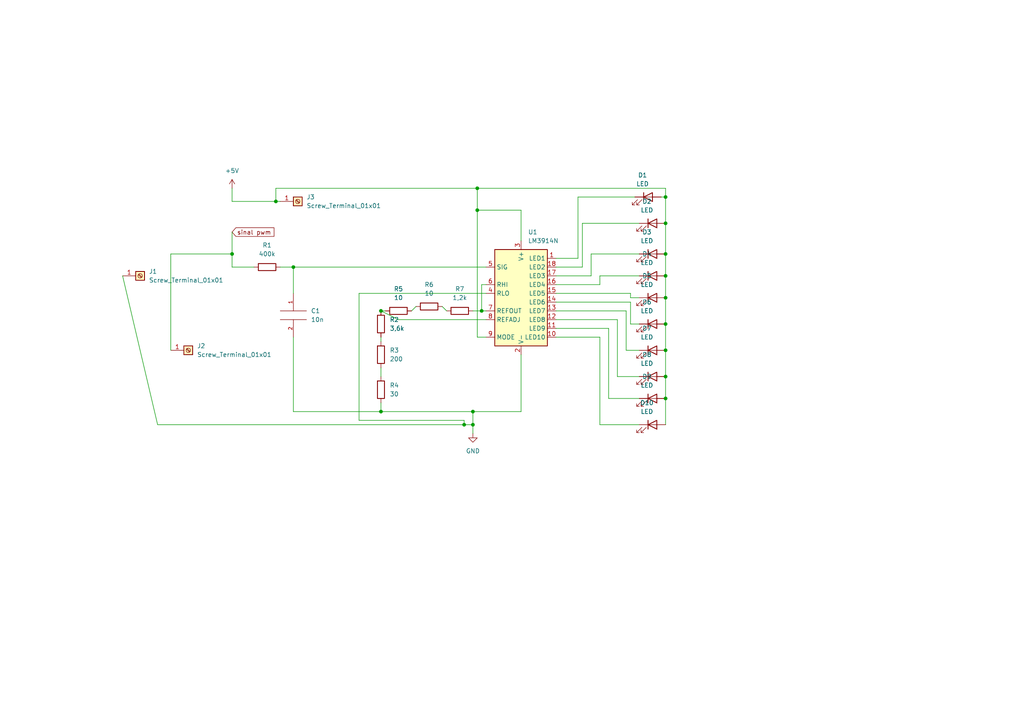
<source format=kicad_sch>
(kicad_sch (version 20211123) (generator eeschema)
  (paper "A4")
  (lib_symbols
    (symbol "Connector:Screw_Terminal_01x01" (pin_names (offset 1.016) hide)
      (property "Reference" "J" (at 0 2.54 0))
      (property "Value" "Screw_Terminal_01x01" (at 0 -2.54 0))
      (symbol "Screw_Terminal_01x01_1_1"
        (rectangle (start -1.27 1.27) (end 1.27 -1.27) (stroke (width 0.254)) (fill (type background)))
        (polyline (pts (xy -0.5334 0.3302) (xy 0.3302 -0.508)) (stroke (width 0.1524)))
        (polyline (pts (xy -0.3556 0.508) (xy 0.508 -0.3302)) (stroke (width 0.1524)))
        (circle (center 0 0) (radius 0.635) (stroke (width 0.1524)))
        (pin passive line (at -5.08 0 0) (length 3.81) (name "Pin_1") (number "1"))
      )
    )
    (symbol "Device:LED" (pin_numbers hide) (pin_names (offset 1.016) hide)
      (property "Reference" "D" (at 0 2.54 0))
      (property "Value" "LED" (at 0 -2.54 0))
      (symbol "LED_0_1"
        (polyline (pts (xy -1.27 -1.27) (xy -1.27 1.27)) (stroke (width 0.254)))
        (polyline (pts (xy -1.27 0) (xy 1.27 0)))
        (polyline (pts (xy 1.27 -1.27) (xy 1.27 1.27) (xy -1.27 0) (xy 1.27 -1.27)) (stroke (width 0.254)))
        (polyline (pts (xy -3.048 -0.762) (xy -4.572 -2.286) (xy -3.81 -2.286) (xy -4.572 -2.286) (xy -4.572 -1.524)))
        (polyline (pts (xy -1.778 -0.762) (xy -3.302 -2.286) (xy -2.54 -2.286) (xy -3.302 -2.286) (xy -3.302 -1.524)))
      )
      (symbol "LED_1_1"
        (pin passive line (at -3.81 0 0) (length 2.54) (name "K") (number "1"))
        (pin passive line (at 3.81 0 180) (length 2.54) (name "A") (number "2"))
      )
    )
    (symbol "Device:R" (pin_numbers hide) (pin_names (offset 0))
      (property "Reference" "R" (at 2.032 0 90))
      (property "Value" "R" (at 0 0 90))
      (symbol "R_0_1"
        (rectangle (start -1.016 -2.54) (end 1.016 2.54) (stroke (width 0.254)))
      )
      (symbol "R_1_1"
        (pin passive line (at 0 3.81 270) (length 1.27) (name "~") (number "1"))
        (pin passive line (at 0 -3.81 90) (length 1.27) (name "~") (number "2"))
      )
    )
    (symbol "Driver_LED:LM3914N"
      (property "Reference" "U" (at -6.35 14.224 0))
      (property "Value" "LM3914N" (at 5.588 14.224 0))
      (symbol "LM3914N_0_1"
        (rectangle (start -7.62 12.7) (end 7.62 -15.24) (stroke (width 0.254)) (fill (type background)))
      )
      (symbol "LM3914N_1_1"
        (pin open_collector line (at 10.16 10.16 180) (length 2.54) (name "LED1") (number "1"))
        (pin open_collector line (at 10.16 -12.7 180) (length 2.54) (name "LED10") (number "10"))
        (pin open_collector line (at 10.16 -10.16 180) (length 2.54) (name "LED9") (number "11"))
        (pin open_collector line (at 10.16 -7.62 180) (length 2.54) (name "LED8") (number "12"))
        (pin open_collector line (at 10.16 -5.08 180) (length 2.54) (name "LED7") (number "13"))
        (pin open_collector line (at 10.16 -2.54 180) (length 2.54) (name "LED6") (number "14"))
        (pin open_collector line (at 10.16 0 180) (length 2.54) (name "LED5") (number "15"))
        (pin open_collector line (at 10.16 2.54 180) (length 2.54) (name "LED4") (number "16"))
        (pin open_collector line (at 10.16 5.08 180) (length 2.54) (name "LED3") (number "17"))
        (pin open_collector line (at 10.16 7.62 180) (length 2.54) (name "LED2") (number "18"))
        (pin power_in line (at 0 -17.78 90) (length 2.54) (name "V-") (number "2"))
        (pin power_in line (at 0 15.24 270) (length 2.54) (name "V+") (number "3"))
        (pin input line (at -10.16 0 0) (length 2.54) (name "RLO") (number "4"))
        (pin input line (at -10.16 7.62 0) (length 2.54) (name "SIG") (number "5"))
        (pin input line (at -10.16 2.54 0) (length 2.54) (name "RHI") (number "6"))
        (pin output line (at -10.16 -5.08 0) (length 2.54) (name "REFOUT") (number "7"))
        (pin input line (at -10.16 -7.62 0) (length 2.54) (name "REFADJ") (number "8"))
        (pin input line (at -10.16 -12.7 0) (length 2.54) (name "MODE") (number "9"))
      )
    )
    (symbol "power:+5V" (power) (pin_names (offset 0))
      (property "Value" "+5V" (at 0 3.556 0))
      (symbol "+5V_0_1"
        (polyline (pts (xy -0.762 1.27) (xy 0 2.54)))
        (polyline (pts (xy 0 0) (xy 0 2.54)))
        (polyline (pts (xy 0 2.54) (xy 0.762 1.27)))
      )
      (symbol "+5V_1_1"
        (pin power_in line (at 0 0 90) (length 0) hide (name "+5V") (number "1"))
      )
    )
    (symbol "power:GND" (power) (pin_names (offset 0))
      (property "Value" "GND" (at 0 -3.81 0))
      (symbol "GND_0_1"
        (polyline (pts (xy 0 0) (xy 0 -1.27) (xy 1.27 -1.27) (xy 0 -2.54) (xy -1.27 -1.27) (xy 0 -1.27)))
      )
      (symbol "GND_1_1"
        (pin power_in line (at 0 0 270) (length 0) hide (name "GND") (number "1"))
      )
    )
    (symbol "pspice:CAP" (pin_names (offset 0.254))
      (property "Reference" "C" (at 2.54 3.81 90))
      (property "Value" "CAP" (at 2.54 -3.81 90))
      (symbol "CAP_0_1"
        (polyline (pts (xy -3.81 -1.27) (xy 3.81 -1.27)))
        (polyline (pts (xy -3.81 1.27) (xy 3.81 1.27)))
      )
      (symbol "CAP_1_1"
        (pin passive line (at 0 6.35 270) (length 5.08) (name "~") (number "1"))
        (pin passive line (at 0 -6.35 90) (length 5.08) (name "~") (number "2"))
      )
    )
  )
  (junction (at 193.04 101.6))
  (junction (at 134.62 123.19))
  (junction (at 138.43 54.61))
  (junction (at 110.49 119.38))
  (junction (at 137.16 123.19))
  (junction (at 193.04 115.57))
  (junction (at 137.16 119.38))
  (junction (at 193.04 109.22))
  (junction (at 193.04 73.66))
  (junction (at 110.49 90.17))
  (junction (at 139.7 90.17))
  (junction (at 193.04 93.98))
  (junction (at 138.43 60.96))
  (junction (at 85.09 77.47))
  (junction (at 193.04 80.01))
  (junction (at 80.01 58.42))
  (junction (at 193.04 64.77))
  (junction (at 193.04 86.36))
  (junction (at 193.04 57.15))
  (junction (at 67.31 73.66))
  (wire (pts (xy 171.45 73.66) (xy 171.45 80.01)))
  (wire (pts (xy 161.29 74.93) (xy 167.64 74.93)))
  (wire (pts (xy 140.97 97.79) (xy 138.43 97.79)))
  (wire (pts (xy 137.16 119.38) (xy 151.13 119.38)))
  (wire (pts (xy 134.62 121.92) (xy 134.62 123.19)))
  (wire (pts (xy 85.09 77.47) (xy 85.09 85.09)))
  (wire (pts (xy 185.42 80.01) (xy 173.99 80.01)))
  (wire (pts (xy 173.99 123.19) (xy 173.99 97.79)))
  (wire (pts (xy 185.42 64.77) (xy 168.91 64.77)))
  (wire (pts (xy 161.29 95.25) (xy 176.53 95.25)))
  (wire (pts (xy 185.42 93.98) (xy 182.88 93.98)))
  (wire (pts (xy 138.43 54.61) (xy 80.01 54.61)))
  (wire (pts (xy 104.14 85.09) (xy 140.97 85.09)))
  (wire (pts (xy 193.04 80.01) (xy 193.04 86.36)))
  (wire (pts (xy 35.56 80.01) (xy 45.72 123.19)))
  (wire (pts (xy 110.49 106.68) (xy 110.49 109.22)))
  (wire (pts (xy 173.99 80.01) (xy 173.99 82.55)))
  (wire (pts (xy 173.99 97.79) (xy 161.29 97.79)))
  (wire (pts (xy 110.49 119.38) (xy 137.16 119.38)))
  (wire (pts (xy 193.04 109.22) (xy 193.04 115.57)))
  (wire (pts (xy 128.27 88.9) (xy 129.54 90.17)))
  (wire (pts (xy 140.97 90.17) (xy 139.7 90.17)))
  (wire (pts (xy 185.42 109.22) (xy 179.07 109.22)))
  (wire (pts (xy 193.04 64.77) (xy 193.04 73.66)))
  (wire (pts (xy 181.61 90.17) (xy 161.29 90.17)))
  (wire (pts (xy 185.42 101.6) (xy 181.61 101.6)))
  (wire (pts (xy 110.49 116.84) (xy 110.49 119.38)))
  (wire (pts (xy 182.88 86.36) (xy 182.88 85.09)))
  (wire (pts (xy 80.01 54.61) (xy 80.01 58.42)))
  (wire (pts (xy 140.97 77.47) (xy 85.09 77.47)))
  (wire (pts (xy 193.04 86.36) (xy 193.04 93.98)))
  (wire (pts (xy 193.04 101.6) (xy 193.04 109.22)))
  (wire (pts (xy 176.53 115.57) (xy 176.53 95.25)))
  (wire (pts (xy 110.49 90.17) (xy 111.76 90.17)))
  (wire (pts (xy 110.49 97.79) (xy 110.49 99.06)))
  (wire (pts (xy 67.31 58.42) (xy 67.31 54.61)))
  (wire (pts (xy 137.16 90.17) (xy 139.7 90.17)))
  (wire (pts (xy 139.7 82.55) (xy 140.97 82.55)))
  (wire (pts (xy 85.09 119.38) (xy 110.49 119.38)))
  (wire (pts (xy 193.04 73.66) (xy 193.04 80.01)))
  (wire (pts (xy 115.57 92.71) (xy 110.49 90.17)))
  (wire (pts (xy 151.13 60.96) (xy 138.43 60.96)))
  (wire (pts (xy 85.09 97.79) (xy 85.09 119.38)))
  (wire (pts (xy 185.42 115.57) (xy 176.53 115.57)))
  (wire (pts (xy 168.91 64.77) (xy 168.91 77.47)))
  (wire (pts (xy 173.99 82.55) (xy 161.29 82.55)))
  (wire (pts (xy 115.57 92.71) (xy 140.97 92.71)))
  (wire (pts (xy 179.07 92.71) (xy 161.29 92.71)))
  (wire (pts (xy 181.61 101.6) (xy 181.61 90.17)))
  (wire (pts (xy 179.07 109.22) (xy 179.07 92.71)))
  (wire (pts (xy 137.16 119.38) (xy 137.16 123.19)))
  (wire (pts (xy 193.04 57.15) (xy 193.04 54.61)))
  (wire (pts (xy 193.04 93.98) (xy 193.04 101.6)))
  (wire (pts (xy 67.31 67.31) (xy 67.31 73.66)))
  (wire (pts (xy 185.42 123.19) (xy 173.99 123.19)))
  (wire (pts (xy 151.13 69.85) (xy 151.13 60.96)))
  (wire (pts (xy 182.88 87.63) (xy 161.29 87.63)))
  (wire (pts (xy 80.01 58.42) (xy 81.28 58.42)))
  (wire (pts (xy 193.04 115.57) (xy 193.04 123.19)))
  (wire (pts (xy 139.7 90.17) (xy 139.7 82.55)))
  (wire (pts (xy 134.62 123.19) (xy 137.16 123.19)))
  (wire (pts (xy 85.09 77.47) (xy 81.28 77.47)))
  (wire (pts (xy 104.14 121.92) (xy 134.62 121.92)))
  (wire (pts (xy 167.64 74.93) (xy 167.64 57.15)))
  (wire (pts (xy 185.42 73.66) (xy 171.45 73.66)))
  (wire (pts (xy 120.65 88.9) (xy 119.38 90.17)))
  (wire (pts (xy 151.13 102.87) (xy 151.13 119.38)))
  (wire (pts (xy 104.14 85.09) (xy 104.14 121.92)))
  (wire (pts (xy 182.88 93.98) (xy 182.88 87.63)))
  (wire (pts (xy 67.31 77.47) (xy 73.66 77.47)))
  (wire (pts (xy 168.91 77.47) (xy 161.29 77.47)))
  (wire (pts (xy 137.16 123.19) (xy 137.16 125.73)))
  (wire (pts (xy 193.04 54.61) (xy 138.43 54.61)))
  (wire (pts (xy 185.42 86.36) (xy 182.88 86.36)))
  (wire (pts (xy 45.72 123.19) (xy 134.62 123.19)))
  (wire (pts (xy 138.43 60.96) (xy 138.43 54.61)))
  (wire (pts (xy 171.45 80.01) (xy 161.29 80.01)))
  (wire (pts (xy 182.88 85.09) (xy 161.29 85.09)))
  (wire (pts (xy 49.53 101.6) (xy 49.53 73.66)))
  (wire (pts (xy 167.64 57.15) (xy 184.15 57.15)))
  (wire (pts (xy 191.77 57.15) (xy 193.04 57.15)))
  (wire (pts (xy 138.43 97.79) (xy 138.43 60.96)))
  (wire (pts (xy 193.04 57.15) (xy 193.04 64.77)))
  (wire (pts (xy 67.31 58.42) (xy 80.01 58.42)))
  (wire (pts (xy 49.53 73.66) (xy 67.31 73.66)))
  (wire (pts (xy 67.31 73.66) (xy 67.31 77.47)))
  (global_label "sinal pwm" (shape input) (at 67.31 67.31 0) (property "Intersheet References" "${INTERSHEET_REFS}" (effects hide)))
  (symbol (lib_id "Device:R") (at 110.49 113.03 0) (unit 1)
    (property "Reference" "R4" (at 113.03 111.7599 0) (effects (justify left)))
    (property "Value" "30" (at 113.03 114.2999 0) (effects (justify left)))
    (property "Footprint" "Resistor_THT:R_Axial_DIN0207_L6.3mm_D2.5mm_P10.16mm_Horizontal" (effects hide))
  )
  (symbol (lib_id "power:+5V") (at 67.31 54.61 0) (unit 1)
    (property "Reference" "#PWR01" (effects hide))
    (property "Value" "+5V" (at 67.31 49.53 0))
  )
  (symbol (lib_id "Driver_LED:LM3914N") (at 151.13 85.09 0) (unit 1)
    (property "Reference" "U1" (at 153.1494 67.31 0) (effects (justify left)))
    (property "Value" "LM3914N" (at 153.1494 69.85 0) (effects (justify left)))
    (property "Footprint" "Package_DIP:DIP-18_W7.62mm" (effects hide))
    (property "Datasheet" "https://www.ti.com/lit/ds/symlink/lm3914.pdf" (effects hide))
  )
  (symbol (lib_id "Connector:Screw_Terminal_01x01") (at 54.61 101.6 0) (unit 1)
    (property "Reference" "J2" (at 57.15 100.3299 0) (effects (justify left)))
    (property "Value" "Screw_Terminal_01x01" (at 57.15 102.8699 0) (effects (justify left)))
    (property "Footprint" "PinHeader_1x01_P1.00mm_Vertical" (effects hide))
  )
  (symbol (lib_id "Device:LED") (at 189.23 80.01 0) (unit 1)
    (property "Reference" "D4" (at 187.6425 73.66 0))
    (property "Value" "LED" (at 187.6425 76.2 0))
    (property "Footprint" "LED_THT:LED_D5.0mm" (effects hide))
  )
  (symbol (lib_id "Device:R") (at 110.49 93.98 0) (unit 1)
    (property "Reference" "R2" (at 113.03 92.7099 0) (effects (justify left)))
    (property "Value" "3,6k" (at 113.03 95.2499 0) (effects (justify left)))
    (property "Footprint" "Resistor_THT:R_Axial_DIN0207_L6.3mm_D2.5mm_P10.16mm_Horizontal" (effects hide))
  )
  (symbol (lib_id "Device:LED") (at 187.96 57.15 0) (unit 1)
    (property "Reference" "D1" (at 186.3725 50.8 0))
    (property "Value" "LED" (at 186.3725 53.34 0))
    (property "Footprint" "LED_THT:LED_D5.0mm" (effects hide))
  )
  (symbol (lib_id "Device:LED") (at 189.23 73.66 0) (unit 1)
    (property "Reference" "D3" (at 187.6425 67.31 0))
    (property "Value" "LED" (at 187.6425 69.85 0))
    (property "Footprint" "LED_THT:LED_D5.0mm" (effects hide))
  )
  (symbol (lib_id "Device:R") (at 77.47 77.47 90) (unit 1)
    (property "Reference" "R1" (at 77.47 71.12 90))
    (property "Value" "400k" (at 77.47 73.66 90))
    (property "Footprint" "Resistor_THT:R_Axial_DIN0207_L6.3mm_D2.5mm_P10.16mm_Horizontal" (effects hide))
  )
  (symbol (lib_id "power:GND") (at 137.16 125.73 0) (unit 1)
    (property "Reference" "#PWR02" (effects hide))
    (property "Value" "GND" (at 137.16 130.81 0))
  )
  (symbol (lib_id "Device:R") (at 115.57 90.17 90) (unit 1)
    (property "Reference" "R5" (at 115.57 83.82 90))
    (property "Value" "10" (at 115.57 86.36 90))
    (property "Footprint" "Resistor_THT:R_Axial_DIN0207_L6.3mm_D2.5mm_P10.16mm_Horizontal" (effects hide))
  )
  (symbol (lib_id "pspice:CAP") (at 85.09 91.44 0) (unit 1)
    (property "Reference" "C1" (at 90.17 90.1699 0) (effects (justify left)))
    (property "Value" "10n" (at 90.17 92.7099 0) (effects (justify left)))
    (property "Footprint" "Capacitor_THT:C_Disc_D16.0mm_W5.0mm_P10.00mm" (effects hide))
  )
  (symbol (lib_id "Device:R") (at 133.35 90.17 90) (unit 1)
    (property "Reference" "R7" (at 133.35 83.82 90))
    (property "Value" "1,2k" (at 133.35 86.36 90))
    (property "Footprint" "Resistor_THT:R_Axial_DIN0207_L6.3mm_D2.5mm_P10.16mm_Horizontal" (effects hide))
  )
  (symbol (lib_id "Device:LED") (at 189.23 93.98 0) (unit 1)
    (property "Reference" "D6" (at 187.6425 87.63 0))
    (property "Value" "LED" (at 187.6425 90.17 0))
    (property "Footprint" "LED_THT:LED_D5.0mm" (effects hide))
  )
  (symbol (lib_id "Device:R") (at 110.49 102.87 0) (unit 1)
    (property "Reference" "R3" (at 113.03 101.5999 0) (effects (justify left)))
    (property "Value" "200" (at 113.03 104.1399 0) (effects (justify left)))
    (property "Footprint" "Resistor_THT:R_Axial_DIN0207_L6.3mm_D2.5mm_P10.16mm_Horizontal" (effects hide))
  )
  (symbol (lib_id "Device:LED") (at 189.23 115.57 0) (unit 1)
    (property "Reference" "D9" (at 187.6425 109.22 0))
    (property "Value" "LED" (at 187.6425 111.76 0))
    (property "Footprint" "LED_THT:LED_D5.0mm" (effects hide))
  )
  (symbol (lib_id "Device:LED") (at 189.23 109.22 0) (unit 1)
    (property "Reference" "D8" (at 187.6425 102.87 0))
    (property "Value" "LED" (at 187.6425 105.41 0))
    (property "Footprint" "LED_THT:LED_D5.0mm" (effects hide))
  )
  (symbol (lib_id "Device:LED") (at 189.23 64.77 0) (unit 1)
    (property "Reference" "D2" (at 187.6425 58.42 0))
    (property "Value" "LED" (at 187.6425 60.96 0))
    (property "Footprint" "LED_THT:LED_D5.0mm" (effects hide))
  )
  (symbol (lib_id "Device:LED") (at 189.23 123.19 0) (unit 1)
    (property "Reference" "D10" (at 187.6425 116.84 0))
    (property "Value" "LED" (at 187.6425 119.38 0))
    (property "Footprint" "LED_THT:LED_D5.0mm" (effects hide))
  )
  (symbol (lib_id "Connector:Screw_Terminal_01x01") (at 86.36 58.42 0) (unit 1)
    (property "Reference" "J3" (at 88.9 57.1499 0) (effects (justify left)))
    (property "Value" "Screw_Terminal_01x01" (at 88.9 59.6899 0) (effects (justify left)))
    (property "Footprint" "PinHeader_1x01_P1.00mm_Vertical" (effects hide))
  )
  (symbol (lib_id "Device:LED") (at 189.23 101.6 0) (unit 1)
    (property "Reference" "D7" (at 187.6425 95.25 0))
    (property "Value" "LED" (at 187.6425 97.79 0))
    (property "Footprint" "LED_THT:LED_D5.0mm" (effects hide))
  )
  (symbol (lib_id "Device:R") (at 124.46 88.9 90) (unit 1)
    (property "Reference" "R6" (at 124.46 82.55 90))
    (property "Value" "10" (at 124.46 85.09 90))
    (property "Footprint" "Resistor_THT:R_Axial_DIN0207_L6.3mm_D2.5mm_P10.16mm_Horizontal" (effects hide))
  )
  (symbol (lib_id "Connector:Screw_Terminal_01x01") (at 40.64 80.01 0) (unit 1)
    (property "Reference" "J1" (at 43.18 78.7399 0) (effects (justify left)))
    (property "Value" "Screw_Terminal_01x01" (at 43.18 81.2799 0) (effects (justify left)))
    (property "Footprint" "PinHeader_1x01_P1.00mm_Vertical" (effects hide))
  )
  (symbol (lib_id "Device:LED") (at 189.23 86.36 0) (unit 1)
    (property "Reference" "D5" (at 187.6425 80.01 0))
    (property "Value" "LED" (at 187.6425 82.55 0))
    (property "Footprint" "LED_THT:LED_D5.0mm" (effects hide))
  )
)
</source>
